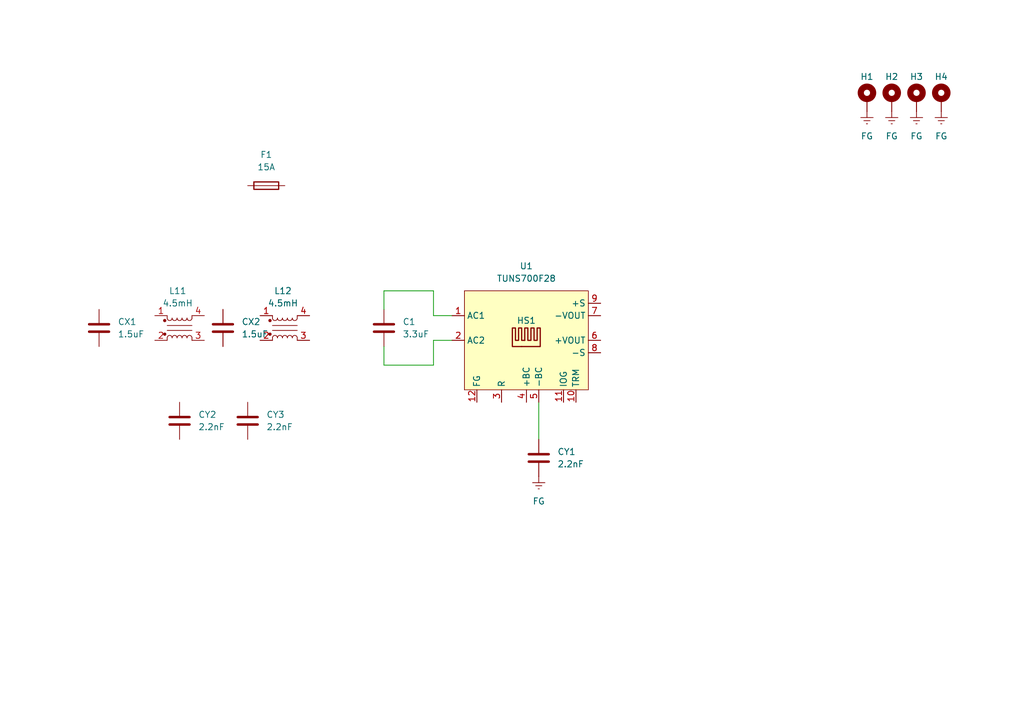
<source format=kicad_sch>
(kicad_sch (version 20231120) (generator "eeschema") (generator_version "8.0")
  (paper "A5")
  (title_block (title "TUNS70028") (date "2025-01-03") (company "Flanders Make") (comment 1 "Remi De Coster"))
  (lib_symbols
    (symbol "ACDC_TUNS700F:TUNS700F28"
      (property "Reference" "U" (at 0 9.525 0))
      (property "Value" "TUNS700F28" (at 0 6.985 0))
      (symbol "TUNS700F28_1_1"
        (rectangle (start -12.7 5.08) (end 12.7 -15.24) (fill (type background)))
        (pin power_in line (at -15.24 0 0) (length 2.54) (name "AC1") (number "1"))
        (pin unspecified line (at 10.16 -17.78 90) (length 2.54) (name "TRM") (number "10"))
        (pin unspecified line (at 7.62 -17.78 90) (length 2.54) (name "IOG") (number "11"))
        (pin unspecified line (at -10.16 -17.78 90) (length 2.54) (name "FG") (number "12"))
        (pin power_in line (at -15.24 -5.08 0) (length 2.54) (name "AC2") (number "2"))
        (pin unspecified line (at -5.08 -17.78 90) (length 2.54) (name "R") (number "3"))
        (pin unspecified line (at 0 -17.78 90) (length 2.54) (name "+BC") (number "4"))
        (pin unspecified line (at 2.54 -17.78 90) (length 2.54) (name "-BC") (number "5"))
        (pin power_out line (at 15.24 -5.08 180) (length 2.54) (name "+VOUT") (number "6"))
        (pin power_out line (at 15.24 0 180) (length 2.54) (name "-VOUT") (number "7"))
        (pin unspecified line (at 15.24 -7.62 180) (length 2.54) (name "-S") (number "8"))
        (pin unspecified line (at 15.24 2.54 180) (length 2.54) (name "+S") (number "9"))
      )
    )
    (symbol "Device:C" (pin_numbers hide) (pin_names (offset 0.254))
      (property "Reference" "C" (at 0.635 2.54 0))
      (property "Value" "C" (at 0.635 -2.54 0))
      (symbol "C_0_1"
        (polyline (pts (xy -2.032 -0.762) (xy 2.032 -0.762)) (stroke (width 0.508)))
        (polyline (pts (xy -2.032 0.762) (xy 2.032 0.762)) (stroke (width 0.508)))
      )
      (symbol "C_1_1"
        (pin passive line (at 0 3.81 270) (length 2.794) (name "~") (number "1"))
        (pin passive line (at 0 -3.81 90) (length 2.794) (name "~") (number "2"))
      )
    )
    (symbol "Device:Fuse" (pin_numbers hide) (pin_names (offset 0))
      (property "Reference" "F" (at 2.032 0 90))
      (property "Value" "Fuse" (at -1.905 0 90))
      (symbol "Fuse_0_1"
        (rectangle (start -0.762 -2.54) (end 0.762 2.54) (stroke (width 0.254)))
        (polyline (pts (xy 0 2.54) (xy 0 -2.54)))
      )
      (symbol "Fuse_1_1"
        (pin passive line (at 0 3.81 270) (length 1.27) (name "~") (number "1"))
        (pin passive line (at 0 -3.81 90) (length 1.27) (name "~") (number "2"))
      )
    )
    (symbol "Device:L_Iron_Coupled_1423" (pin_names (offset 0.254) hide)
      (property "Reference" "L" (at 0 4.445 0))
      (property "Value" "L_Iron_Coupled_1423" (at 0 -4.445 0))
      (symbol "L_Iron_Coupled_1423_0_1"
        (circle (center -3.048 -1.27) (radius 0.254) (fill (type outline)))
        (circle (center -3.048 1.524) (radius 0.254) (fill (type outline)))
        (arc (start -2.54 2.032) (mid -2.032 1.5262) (end -1.524 2.032))
        (arc (start -1.524 -2.032) (mid -2.032 -1.5262) (end -2.54 -2.032))
        (arc (start -1.524 2.032) (mid -1.016 1.5262) (end -0.508 2.032))
        (arc (start -0.508 -2.032) (mid -1.016 -1.5262) (end -1.524 -2.032))
        (arc (start -0.508 2.032) (mid 0 1.5262) (end 0.508 2.032))
        (polyline (pts (xy -2.54 -2.032) (xy -2.54 -2.54)))
        (polyline (pts (xy -2.54 0.508) (xy 2.54 0.508)))
        (polyline (pts (xy -2.54 2.032) (xy -2.54 2.54)))
        (polyline (pts (xy 2.54 -2.032) (xy 2.54 -2.54)))
        (polyline (pts (xy 2.54 -0.508) (xy -2.54 -0.508)))
        (polyline (pts (xy 2.54 2.54) (xy 2.54 2.032)))
        (arc (start 0.508 -2.032) (mid 0 -1.5262) (end -0.508 -2.032))
        (arc (start 0.508 2.032) (mid 1.016 1.5262) (end 1.524 2.032))
        (arc (start 1.524 -2.032) (mid 1.016 -1.5262) (end 0.508 -2.032))
        (arc (start 1.524 2.032) (mid 2.032 1.5262) (end 2.54 2.032))
        (arc (start 2.54 -2.032) (mid 2.032 -1.5262) (end 1.524 -2.032))
      )
      (symbol "L_Iron_Coupled_1423_1_1"
        (pin passive line (at -5.08 2.54 0) (length 2.54) (name "1") (number "1"))
        (pin passive line (at -5.08 -2.54 0) (length 2.54) (name "2") (number "2"))
        (pin passive line (at 5.08 -2.54 180) (length 2.54) (name "3") (number "3"))
        (pin passive line (at 5.08 2.54 180) (length 2.54) (name "4") (number "4"))
      )
    )
    (symbol "Mechanical:Heatsink" (pin_names (offset 1.016)) (exclude_from_sim yes)
      (property "Reference" "HS" (at 0 5.08 0))
      (property "Value" "Heatsink" (at 0 -1.27 0))
      (symbol "Heatsink_0_1"
        (polyline (pts (xy -0.3302 1.27) (xy -0.9652 1.27) (xy -0.9652 3.81) (xy -1.6002 3.81) (xy -1.6002 1.27) (xy -2.2352 1.27) (xy -2.2352 3.81) (xy -2.8702 3.81) (xy -2.8702 0) (xy -0.9652 0)) (stroke (width 0.254)) (fill (type background)))
        (polyline (pts (xy -0.3302 1.27) (xy -0.3302 3.81) (xy 0.3048 3.81) (xy 0.3048 1.27) (xy 0.9398 1.27) (xy 0.9398 3.81) (xy 1.5748 3.81) (xy 1.5748 1.27) (xy 2.2098 1.27) (xy 2.2098 3.81) (xy 2.8448 3.81) (xy 2.8448 0) (xy -0.9652 0)) (stroke (width 0.254)) (fill (type background)))
      )
    )
    (symbol "Mechanical:MountingHole_Pad" (pin_numbers hide) (pin_names (offset 1.016) hide) (exclude_from_sim yes) (in_bom no)
      (property "Reference" "H" (at 0 6.35 0))
      (property "Value" "MountingHole_Pad" (at 0 4.445 0))
      (symbol "MountingHole_Pad_0_1"
        (circle (center 0 1.27) (radius 1.27) (stroke (width 1.27)))
      )
      (symbol "MountingHole_Pad_1_1"
        (pin input line (at 0 -2.54 90) (length 2.54) (name "1") (number "1"))
      )
    )
    (symbol "power:Earth" (power) (pin_numbers hide) (pin_names (offset 0) hide)
      (property "Value" "Earth" (at 0 -3.81 0))
      (symbol "Earth_0_1"
        (polyline (pts (xy -0.635 -1.905) (xy 0.635 -1.905)))
        (polyline (pts (xy -0.127 -2.54) (xy 0.127 -2.54)))
        (polyline (pts (xy 0 -1.27) (xy 0 0)))
        (polyline (pts (xy 1.27 -1.27) (xy -1.27 -1.27)))
      )
      (symbol "Earth_1_1"
        (pin power_in line (at 0 0 270) (length 0) (name "~") (number "1"))
      )
    )
  )
  (wire (pts (xy 88.9 59.69) (xy 78.74 59.69)))
  (wire (pts (xy 78.74 71.12) (xy 78.74 74.93)))
  (wire (pts (xy 110.49 90.17) (xy 110.49 82.55)))
  (wire (pts (xy 92.71 64.77) (xy 88.9 64.77)))
  (wire (pts (xy 88.9 64.77) (xy 88.9 59.69)))
  (wire (pts (xy 88.9 69.85) (xy 92.71 69.85)))
  (wire (pts (xy 88.9 74.93) (xy 88.9 69.85)))
  (wire (pts (xy 78.74 74.93) (xy 88.9 74.93)))
  (wire (pts (xy 78.74 59.69) (xy 78.74 63.5)))
  (symbol (lib_id "Device:C") (at 78.74 67.31 0) (unit 1)
    (property "Reference" "C1" (at 82.55 66.0399 0) (effects (justify left)))
    (property "Value" "3.3uF" (at 82.55 68.5799 0) (effects (justify left)))
    (property "Footprint" "ACDC_TUNS700F:CAP-ECQ-UAAF335K" (effects (hide yes)))
    (property "Description" "film capacitor" (effects (hide yes)))
    (property "Digi-Key" "P123489-ND" (effects (hide yes)))
  )
  (symbol (lib_id "Device:C") (at 36.83 86.36 0) (unit 1)
    (property "Reference" "CY2" (at 40.64 85.0899 0) (effects (justify left)))
    (property "Value" "2.2nF" (at 40.64 87.6299 0) (effects (justify left)))
    (property "Footprint" "Capacitor_THT:C_Disc_D9.0mm_W5.0mm_P10.00mm" (effects (hide yes)))
    (property "Description" "Unpolarized capacitor, CD45-E2GA222M-NKA" (effects (hide yes)))
    (property "Digi-Key" "445-174537-ND" (effects (hide yes)))
  )
  (symbol (lib_id "power:Earth") (at 110.49 97.79 0) (unit 1)
    (property "Reference" "#PWR05" (effects (hide yes)))
    (property "Value" "FG" (at 110.49 102.87 0))
    (property "Description" "Power symbol creates a global label with name \"Earth\"" (effects (hide yes)))
  )
  (symbol (lib_id "power:Earth") (at 177.8 22.86 0) (unit 1)
    (property "Reference" "#PWR01" (effects (hide yes)))
    (property "Value" "FG" (at 177.8 27.94 0))
    (property "Description" "Power symbol creates a global label with name \"Earth\"" (effects (hide yes)))
  )
  (symbol (lib_id "Mechanical:Heatsink") (at 107.95 71.12 0) (unit 1) (exclude_from_sim yes)
    (property "Reference" "HS1" (at 107.95 65.786 0))
    (property "Value" "ATS1490-ND" (effects (hide yes)))
    (property "Description" "Heatsink" (effects (hide yes)))
    (property "Digi-Key" "ATS1490-ND" (effects (hide yes)))
  )
  (symbol (lib_id "Device:L_Iron_Coupled_1423") (at 36.83 67.31 0) (unit 1)
    (property "Reference" "L11" (at 36.449 59.69 0))
    (property "Value" "4.5mH" (at 36.449 62.23 0))
    (property "Footprint" "ACDC_TUNS700F:CMC_PH9455.405NL" (effects (hide yes)))
    (property "Description" "Coupled inductor with iron core" (effects (hide yes)))
    (property "Digi-Key" "553-3962-ND" (effects (hide yes)))
  )
  (symbol (lib_id "Device:C") (at 20.32 67.31 0) (unit 1)
    (property "Reference" "CX1" (at 24.13 66.0399 0) (effects (justify left)))
    (property "Value" "1.5uF" (at 24.13 68.5799 0) (effects (justify left)))
    (property "Footprint" "ACDC_TUNS700F:CAP-ECQ-UAAF155K" (effects (hide yes)))
    (property "Description" "ECQ-UAAF155K film capacitor" (effects (hide yes)))
    (property "Digi-Key" "P15515-ND" (effects (hide yes)))
  )
  (symbol (lib_id "Device:Fuse") (at 54.61 38.1 90) (unit 1)
    (property "Reference" "F1" (at 54.61 31.75 90))
    (property "Value" "15A" (at 54.61 34.29 90))
    (property "Footprint" "Fuse:Fuseholder_Clip-5x20mm_Littelfuse_100_Inline_P20.50x4.60mm_D1.30mm_Horizontal" (effects (hide yes)))
    (property "Description" "Fuse" (effects (hide yes)))
    (property "Digi-Key" "F3251-ND + 2 * F4225-ND" (effects (hide yes)))
  )
  (symbol (lib_id "Mechanical:MountingHole_Pad") (at 182.88 20.32 0) (unit 1) (exclude_from_sim yes) (in_bom no)
    (property "Reference" "H2" (at 182.88 15.748 0))
    (property "Value" "MountingHole_Pad" (effects (hide yes)))
    (property "Footprint" "MountingHole:MountingHole_2.7mm_M2.5_Pad" (effects (hide yes)))
    (property "Description" "M2.5 Mounting Hole with connection" (effects (hide yes)))
  )
  (symbol (lib_id "Device:C") (at 50.8 86.36 0) (unit 1)
    (property "Reference" "CY3" (at 54.61 85.0899 0) (effects (justify left)))
    (property "Value" "2.2nF" (at 54.61 87.6299 0) (effects (justify left)))
    (property "Footprint" "Capacitor_THT:C_Disc_D9.0mm_W5.0mm_P10.00mm" (effects (hide yes)))
    (property "Description" "Unpolarized capacitor, CD45-E2GA222M-NKA" (effects (hide yes)))
    (property "Digi-Key" "445-174537-ND" (effects (hide yes)))
  )
  (symbol (lib_id "Mechanical:MountingHole_Pad") (at 187.96 20.32 0) (unit 1) (exclude_from_sim yes) (in_bom no)
    (property "Reference" "H3" (at 187.96 15.748 0))
    (property "Value" "MountingHole_Pad" (effects (hide yes)))
    (property "Footprint" "MountingHole:MountingHole_2.7mm_M2.5_Pad" (effects (hide yes)))
    (property "Description" "M2.5 Mounting Hole with connection" (effects (hide yes)))
  )
  (symbol (lib_id "Mechanical:MountingHole_Pad") (at 193.04 20.32 0) (unit 1) (exclude_from_sim yes) (in_bom no)
    (property "Reference" "H4" (at 193.04 15.748 0))
    (property "Value" "MountingHole_Pad" (effects (hide yes)))
    (property "Footprint" "MountingHole:MountingHole_2.7mm_M2.5_Pad" (effects (hide yes)))
    (property "Description" "M2.5 Mounting Hole with connection" (effects (hide yes)))
  )
  (symbol (lib_id "Mechanical:MountingHole_Pad") (at 177.8 20.32 0) (unit 1) (exclude_from_sim yes) (in_bom no)
    (property "Reference" "H1" (at 177.8 15.748 0))
    (property "Value" "MountingHole_Pad" (effects (hide yes)))
    (property "Footprint" "MountingHole:MountingHole_2.7mm_M2.5_Pad" (effects (hide yes)))
    (property "Description" "M2.5 Mounting Hole with connection" (effects (hide yes)))
  )
  (symbol (lib_id "Device:C") (at 45.72 67.31 0) (unit 1)
    (property "Reference" "CX2" (at 49.53 66.0399 0) (effects (justify left)))
    (property "Value" "1.5uF" (at 49.53 68.5799 0) (effects (justify left)))
    (property "Footprint" "ACDC_TUNS700F:CAP-ECQ-UAAF155K" (effects (hide yes)))
    (property "Description" "ECQ-UAAF155K film capacitor" (effects (hide yes)))
    (property "Digi-Key" "P15515-ND" (effects (hide yes)))
  )
  (symbol (lib_id "power:Earth") (at 193.04 22.86 0) (unit 1)
    (property "Reference" "#PWR04" (effects (hide yes)))
    (property "Value" "FG" (at 193.04 27.94 0))
    (property "Description" "Power symbol creates a global label with name \"Earth\"" (effects (hide yes)))
  )
  (symbol (lib_id "power:Earth") (at 187.96 22.86 0) (unit 1)
    (property "Reference" "#PWR03" (effects (hide yes)))
    (property "Value" "FG" (at 187.96 27.94 0))
    (property "Description" "Power symbol creates a global label with name \"Earth\"" (effects (hide yes)))
  )
  (symbol (lib_id "power:Earth") (at 182.88 22.86 0) (unit 1)
    (property "Reference" "#PWR02" (effects (hide yes)))
    (property "Value" "FG" (at 182.88 27.94 0))
    (property "Description" "Power symbol creates a global label with name \"Earth\"" (effects (hide yes)))
  )
  (symbol (lib_id "ACDC_TUNS700F:TUNS700F28") (at 107.95 64.77 0) (unit 1)
    (property "Reference" "U1" (at 107.95 54.61 0))
    (property "Value" "TUNS700F28" (at 107.95 57.15 0))
    (property "Footprint" "ACDC_TUNS700F:TUNS700F28" (effects (hide yes)))
    (property "Description" "+ heatsink (ATS1490-ND)" (effects (hide yes)))
    (property "Digi-Key" "1776-1798-ND" (effects (hide yes)))
  )
  (symbol (lib_id "Device:C") (at 110.49 93.98 0) (unit 1)
    (property "Reference" "CY1" (at 114.3 92.7099 0) (effects (justify left)))
    (property "Value" "2.2nF" (at 114.3 95.2499 0) (effects (justify left)))
    (property "Footprint" "Capacitor_THT:C_Disc_D9.0mm_W5.0mm_P10.00mm" (effects (hide yes)))
    (property "Description" "Unpolarized capacitor" (effects (hide yes)))
    (property "Digi-Key" "445-174537-ND" (effects (hide yes)))
  )
  (symbol (lib_id "Device:L_Iron_Coupled_1423") (at 58.42 67.31 0) (unit 1)
    (property "Reference" "L12" (at 58.039 59.69 0))
    (property "Value" "4.5mH" (at 58.039 62.23 0))
    (property "Footprint" "ACDC_TUNS700F:CMC_PH9455.405NL" (effects (hide yes)))
    (property "Description" "Coupled inductor with iron core" (effects (hide yes)))
    (property "Digi-Key" "553-3962-ND" (effects (hide yes)))
  )
)
</source>
